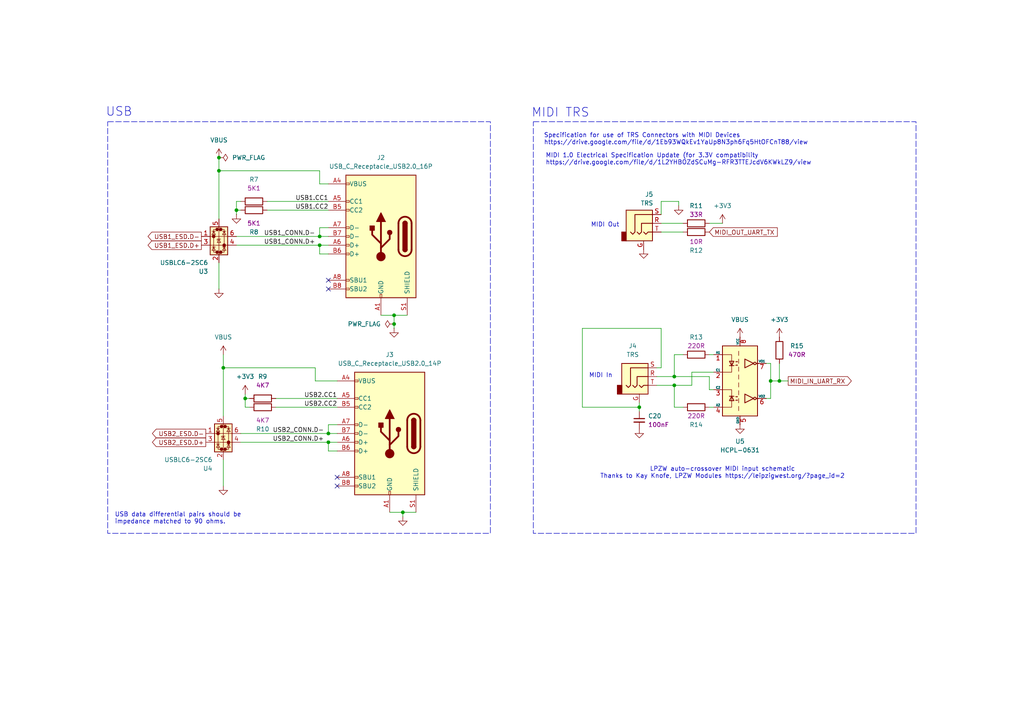
<source format=kicad_sch>
(kicad_sch (version 20250114) (generator "eeschema") (generator_version "9.0")
  (paper "A4")
  (lib_symbols
    (symbol "Audio_Jack_TRS_PJ320D_1"
      (property "Reference" "J5" (at -1.905 8.89 0))
      (property "Value" "TRS" (at -1.905 6.35 0))
      (symbol "Audio_Jack_TRS_PJ320D_1_0_1"
        (rectangle (start -5.08 -2.54) (end -6.35 -5.08) (stroke (width 0.254)) (fill (type outline)))
        (polyline (pts (xy -1.905 -2.54) (xy -1.27 -3.175) (xy -0.635 -2.54) (xy -0.635 0) (xy 2.54 0)) (stroke (width 0.254)))
        (polyline (pts (xy 0 -2.54) (xy 0.635 -3.175) (xy 1.27 -2.54) (xy 2.54 -2.54)) (stroke (width 0.254)))
        (rectangle (start 2.54 3.81) (end -5.08 -5.08) (stroke (width 0.254)) (fill (type background)))
        (polyline (pts (xy 2.54 2.54) (xy -2.54 2.54) (xy -2.54 -2.54) (xy -3.175 -3.175) (xy -3.81 -2.54)) (stroke (width 0.254)))
      )
      (symbol "Audio_Jack_TRS_PJ320D_1_1_1"
        (pin passive line (at 0 -7.62 90) (length 2.54) (name "~") (number "G"))
        (pin passive line (at 5.08 2.54 180) (length 2.54) (name "~") (number "S"))
        (pin passive line (at 5.08 0 180) (length 2.54) (name "~") (number "R"))
        (pin passive line (at 5.08 -2.54 180) (length 2.54) (name "~") (number "T"))
      )
    )
    (symbol "Lichen:100nF_0402_50V" (pin_numbers (hide yes)) (pin_names (offset 0.254) (hide yes))
      (property "Reference" "C12" (at 2.54 1.2638 0))
      (property "Display" "100nF" (at 2.54 -1.2762 0))
      (symbol "100nF_0402_50V_0_1"
        (polyline (pts (xy -1.524 0.508) (xy 1.524 0.508)) (stroke (width 0.3048)))
        (polyline (pts (xy -1.524 -0.508) (xy 1.524 -0.508)) (stroke (width 0.3302)))
      )
      (symbol "100nF_0402_50V_1_1"
        (pin passive line (at 0 2.54 270) (length 2.032) (name "~") (number "1"))
        (pin passive line (at 0 -2.54 90) (length 2.032) (name "~") (number "2"))
      )
    )
    (symbol "Lichen:10R_0402" (pin_numbers (hide yes)) (pin_names (offset 0))
      (property "Reference" "R12" (at 5.334 0 90))
      (property "Display" "10R" (at 2.794 0 90))
      (symbol "10R_0402_0_1"
        (rectangle (start -1.016 -2.54) (end 1.016 2.54) (stroke (width 0.254)))
      )
      (symbol "10R_0402_1_1"
        (pin passive line (at 0 3.81 270) (length 1.27) (name "~") (number "1"))
        (pin passive line (at 0 -3.81 90) (length 1.27) (name "~") (number "2"))
      )
    )
    (symbol "Lichen:220R_0402" (pin_numbers (hide yes)) (pin_names (offset 0))
      (property "Reference" "R11" (at 5.08 0 90))
      (property "Display" "220R" (at 2.54 0 90))
      (symbol "220R_0402_0_1"
        (rectangle (start -1.016 -2.54) (end 1.016 2.54) (stroke (width 0.254)))
      )
      (symbol "220R_0402_1_1"
        (pin passive line (at 0 3.81 270) (length 1.27) (name "~") (number "1"))
        (pin passive line (at 0 -3.81 90) (length 1.27) (name "~") (number "2"))
      )
    )
    (symbol "Lichen:33R_0402" (pin_numbers (hide yes)) (pin_names (offset 0))
      (property "Reference" "R1" (at 6.35 0 90))
      (property "Display" "33R" (at 3.81 0 90))
      (symbol "33R_0402_0_1"
        (rectangle (start -1.016 -2.54) (end 1.016 2.54) (stroke (width 0.254)))
      )
      (symbol "33R_0402_1_1"
        (pin passive line (at 0 3.81 270) (length 1.27) (name "~") (number "1"))
        (pin passive line (at 0 -3.81 90) (length 1.27) (name "~") (number "2"))
      )
    )
    (symbol "Lichen:4.7k_0603" (pin_numbers (hide yes)) (pin_names (offset 0))
      (property "Reference" "R2" (at 6.35 0 90))
      (property "Display" "4.7k" (at 3.81 0 90))
      (symbol "4.7k_0603_0_1"
        (rectangle (start -1.016 -2.54) (end 1.016 2.54) (stroke (width 0.254)))
      )
      (symbol "4.7k_0603_1_1"
        (pin passive line (at 0 3.81 270) (length 1.27) (name "~") (number "1"))
        (pin passive line (at 0 -3.81 90) (length 1.27) (name "~") (number "2"))
      )
    )
    (symbol "Lichen:470R_0402" (pin_numbers (hide yes)) (pin_names (offset 0))
      (property "Reference" "R15" (at 5.08 -1.27 0))
      (property "Display" "470R" (at 5.08 1.27 0))
      (symbol "470R_0402_0_1"
        (rectangle (start -1.016 -2.54) (end 1.016 2.54) (stroke (width 0.254)))
      )
      (symbol "470R_0402_1_1"
        (pin passive line (at 0 3.81 270) (length 1.27) (name "~") (number "1"))
        (pin passive line (at 0 -3.81 90) (length 1.27) (name "~") (number "2"))
      )
    )
    (symbol "Lichen:5k1_0603" (pin_numbers (hide yes)) (pin_names (offset 0))
      (property "Reference" "R3" (at 3.81 -1.016 0))
      (property "Display" "5K1" (at 3.81 1.016 0))
      (symbol "5k1_0603_0_1"
        (rectangle (start -1.016 -2.54) (end 1.016 2.54) (stroke (width 0.254)))
      )
      (symbol "5k1_0603_1_1"
        (pin passive line (at 0 3.81 270) (length 1.27) (name "~") (number "1"))
        (pin passive line (at 0 -3.81 90) (length 1.27) (name "~") (number "2"))
      )
    )
    (symbol "Lichen:Audio_Jack_TRS_PJ320D"
      (property "Reference" "J5" (at -1.905 8.89 0))
      (property "Value" "TRS" (at -1.905 6.35 0))
      (symbol "Audio_Jack_TRS_PJ320D_0_1"
        (rectangle (start -5.08 -2.54) (end -6.35 -5.08) (stroke (width 0.254)) (fill (type outline)))
        (polyline (pts (xy -1.905 -2.54) (xy -1.27 -3.175) (xy -0.635 -2.54) (xy -0.635 0) (xy 2.54 0)) (stroke (width 0.254)))
        (polyline (pts (xy 0 -2.54) (xy 0.635 -3.175) (xy 1.27 -2.54) (xy 2.54 -2.54)) (stroke (width 0.254)))
        (rectangle (start 2.54 3.81) (end -5.08 -5.08) (stroke (width 0.254)) (fill (type background)))
        (polyline (pts (xy 2.54 2.54) (xy -2.54 2.54) (xy -2.54 -2.54) (xy -3.175 -3.175) (xy -3.81 -2.54)) (stroke (width 0.254)))
      )
      (symbol "Audio_Jack_TRS_PJ320D_1_1"
        (pin passive line (at 0 -7.62 90) (length 2.54) (name "~") (number "G"))
        (pin passive line (at 5.08 2.54 180) (length 2.54) (name "~") (number "S"))
        (pin passive line (at 5.08 0 180) (length 2.54) (name "~") (number "R"))
        (pin passive line (at 5.08 -2.54 180) (length 2.54) (name "~") (number "T"))
      )
    )
    (symbol "Lichen:MIDI_Optocoupler_Dual_HCPL-0631" (pin_names (offset 0))
      (property "Reference" "U5" (at 3.1181 15.24 0))
      (property "Value" "MIDI_Optocoupler_Dual_HCPL-0631" (at 3.1181 12.7 0))
      (symbol "MIDI_Optocoupler_Dual_HCPL-0631_0_1"
        (rectangle (start -5.08 10.16) (end 5.08 -10.16) (stroke (width 0.254)) (fill (type background)))
      )
      (symbol "MIDI_Optocoupler_Dual_HCPL-0631_1_1"
        (polyline (pts (xy -4.953 7.62) (xy -2.413 7.62) (xy -2.413 4.318)))
        (polyline (pts (xy -4.953 -7.62) (xy -2.413 -7.62) (xy -2.413 -5.715)))
        (polyline (pts (xy -3.048 4.445) (xy -1.778 4.445)) (stroke (width 0.254)))
        (polyline (pts (xy -3.048 -4.445) (xy -1.778 -4.445)) (stroke (width 0.254)))
        (polyline (pts (xy -2.413 4.445) (xy -2.413 2.54) (xy -4.953 2.54)))
        (polyline (pts (xy -2.413 4.445) (xy -3.048 5.715) (xy -1.778 5.715) (xy -2.413 4.445)) (stroke (width 0.254)))
        (polyline (pts (xy -2.413 -4.445) (xy -3.048 -5.715) (xy -1.778 -5.715) (xy -2.413 -4.445)) (stroke (width 0.254)))
        (polyline (pts (xy -2.413 -5.842) (xy -2.413 -2.54) (xy -4.953 -2.54)))
        (polyline (pts (xy -1.397 5.588) (xy -0.635 5.588) (xy -1.016 5.461) (xy -1.016 5.715) (xy -0.635 5.588)) (stroke (width 0.127)))
        (polyline (pts (xy -1.397 4.572) (xy -0.635 4.572) (xy -1.016 4.445) (xy -1.016 4.699) (xy -0.635 4.572)) (stroke (width 0.127)))
        (polyline (pts (xy -1.397 -4.572) (xy -0.635 -4.572) (xy -1.016 -4.699) (xy -1.016 -4.445) (xy -0.635 -4.572)) (stroke (width 0.127)))
        (polyline (pts (xy -1.397 -5.588) (xy -0.635 -5.588) (xy -1.016 -5.715) (xy -1.016 -5.461) (xy -0.635 -5.588)) (stroke (width 0.127)))
        (polyline (pts (xy -0.381 8.636) (xy -0.381 7.366)))
        (polyline (pts (xy -0.381 6.35) (xy -0.381 5.08)))
        (polyline (pts (xy -0.381 4.064) (xy -0.381 2.794)))
        (polyline (pts (xy -0.381 1.778) (xy -0.381 0.508)))
        (polyline (pts (xy -0.381 -0.508) (xy -0.381 -1.778)))
        (polyline (pts (xy -0.381 -2.794) (xy -0.381 -4.064)))
        (polyline (pts (xy -0.381 -5.08) (xy -0.381 -6.35)))
        (polyline (pts (xy -0.381 -7.366) (xy -0.381 -8.636)))
        (polyline (pts (xy 3.937 5.08) (xy 1.397 6.35) (xy 1.397 3.81) (xy 3.937 5.08)) (stroke (width 0.254)))
        (polyline (pts (xy 3.937 -5.08) (xy 1.397 -3.81) (xy 1.397 -6.35) (xy 3.937 -5.08)) (stroke (width 0.254)))
        (circle (center 4.318 5.08) (radius 0.3556) (stroke (width 0.254)))
        (circle (center 4.318 -5.08) (radius 0.3556) (stroke (width 0.254)))
        (polyline (pts (xy 4.699 5.08) (xy 5.334 5.08)) (stroke (width 0.254)))
        (polyline (pts (xy 4.699 -5.08) (xy 5.207 -5.08)) (stroke (width 0.254)))
        (pin passive line (at -7.62 7.62 0) (length 2.54) (name "A1") (number "1"))
        (pin passive line (at -7.62 2.54 0) (length 2.54) (name "C1") (number "2"))
        (pin passive line (at -7.62 -2.54 0) (length 2.54) (name "C2") (number "3"))
        (pin passive line (at -7.62 -7.62 0) (length 2.54) (name "A2") (number "4"))
        (pin power_in line (at 0 12.7 270) (length 2.54) (name "VCC") (number "8"))
        (pin power_in line (at 0 -12.7 90) (length 2.54) (name "GND") (number "5"))
        (pin open_collector line (at 7.62 5.08 180) (length 2.54) (name "VO1") (number "7"))
        (pin open_collector line (at 7.62 -5.08 180) (length 2.54) (name "VO2") (number "6"))
      )
    )
    (symbol "Lichen:USB_C_Receptacle_USB2.0_16P_HRO_TYPE-C-31-M-12" (pin_names (offset 1.016))
      (property "Reference" "J2" (at 0 22.86 0))
      (property "Value" "USB_C_Receptacle_USB2.0_16P_HRO_TYPE-C-31-M-12" (at 0 20.32 0))
      (symbol "USB_C_Receptacle_USB2.0_16P_HRO_TYPE-C-31-M-12_0_0"
        (rectangle (start -0.254 -17.78) (end 0.254 -16.764))
        (rectangle (start 10.16 15.494) (end 9.144 14.986))
        (rectangle (start 10.16 10.414) (end 9.144 9.906))
        (rectangle (start 10.16 7.874) (end 9.144 7.366))
        (rectangle (start 10.16 2.794) (end 9.144 2.286))
        (rectangle (start 10.16 0.254) (end 9.144 -0.254))
        (rectangle (start 10.16 -2.286) (end 9.144 -2.794))
        (rectangle (start 10.16 -4.826) (end 9.144 -5.334))
        (rectangle (start 10.16 -12.446) (end 9.144 -12.954))
        (rectangle (start 10.16 -14.986) (end 9.144 -15.494))
      )
      (symbol "USB_C_Receptacle_USB2.0_16P_HRO_TYPE-C-31-M-12_0_1"
        (rectangle (start -10.16 17.78) (end 10.16 -17.78) (stroke (width 0.254)) (fill (type background)))
        (polyline (pts (xy -8.89 -3.81) (xy -8.89 3.81)) (stroke (width 0.508)))
        (rectangle (start -7.62 -3.81) (end -6.35 3.81) (stroke (width 0.254)) (fill (type outline)))
        (arc (start -7.62 3.81) (mid -6.985 4.4423) (end -6.35 3.81) (stroke (width 0.254)))
        (arc (start -7.62 3.81) (mid -6.985 4.4423) (end -6.35 3.81) (stroke (width 0.254)) (fill (type outline)))
        (arc (start -8.89 3.81) (mid -6.985 5.7067) (end -5.08 3.81) (stroke (width 0.508)))
        (arc (start -5.08 -3.81) (mid -6.985 -5.7067) (end -8.89 -3.81) (stroke (width 0.508)))
        (arc (start -6.35 -3.81) (mid -6.985 -4.4423) (end -7.62 -3.81) (stroke (width 0.254)))
        (arc (start -6.35 -3.81) (mid -6.985 -4.4423) (end -7.62 -3.81) (stroke (width 0.254)) (fill (type outline)))
        (polyline (pts (xy -5.08 3.81) (xy -5.08 -3.81)) (stroke (width 0.508)))
        (circle (center -2.54 1.143) (radius 0.635) (stroke (width 0.254)) (fill (type outline)))
        (polyline (pts (xy -1.27 4.318) (xy 0 6.858) (xy 1.27 4.318) (xy -1.27 4.318)) (stroke (width 0.254)) (fill (type outline)))
        (polyline (pts (xy 0 -2.032) (xy 2.54 0.508) (xy 2.54 1.778)) (stroke (width 0.508)))
        (polyline (pts (xy 0 -3.302) (xy -2.54 -0.762) (xy -2.54 0.508)) (stroke (width 0.508)))
        (polyline (pts (xy 0 -5.842) (xy 0 4.318)) (stroke (width 0.508)))
        (circle (center 0 -5.842) (radius 1.27) (fill (type outline)))
        (rectangle (start 1.905 1.778) (end 3.175 3.048) (stroke (width 0.254)) (fill (type outline)))
      )
      (symbol "USB_C_Receptacle_USB2.0_16P_HRO_TYPE-C-31-M-12_1_1"
        (pin passive line (at -7.62 -22.86 90) (length 5.08) (name "SHIELD") (number "S1"))
        (pin passive line (at 0 -22.86 90) (length 5.08) (name "GND") (number "A1"))
        (pin passive line (at 0 -22.86 90) (length 5.08) (hide yes) (name "GND") (number "A12"))
        (pin passive line (at 0 -22.86 90) (length 5.08) (hide yes) (name "GND") (number "B1"))
        (pin passive line (at 0 -22.86 90) (length 5.08) (hide yes) (name "GND") (number "B12"))
        (pin passive line (at 15.24 15.24 180) (length 5.08) (name "VBUS") (number "A4"))
        (pin passive line (at 15.24 15.24 180) (length 5.08) (hide yes) (name "VBUS") (number "A9"))
        (pin passive line (at 15.24 15.24 180) (length 5.08) (hide yes) (name "VBUS") (number "B4"))
        (pin passive line (at 15.24 15.24 180) (length 5.08) (hide yes) (name "VBUS") (number "B9"))
        (pin bidirectional line (at 15.24 10.16 180) (length 5.08) (name "CC1") (number "A5"))
        (pin bidirectional line (at 15.24 7.62 180) (length 5.08) (name "CC2") (number "B5"))
        (pin bidirectional line (at 15.24 2.54 180) (length 5.08) (name "D-") (number "A7"))
        (pin bidirectional line (at 15.24 0 180) (length 5.08) (name "D-") (number "B7"))
        (pin bidirectional line (at 15.24 -2.54 180) (length 5.08) (name "D+") (number "A6"))
        (pin bidirectional line (at 15.24 -5.08 180) (length 5.08) (name "D+") (number "B6"))
        (pin bidirectional line (at 15.24 -12.7 180) (length 5.08) (name "SBU1") (number "A8"))
        (pin bidirectional line (at 15.24 -15.24 180) (length 5.08) (name "SBU2") (number "B8"))
      )
    )
    (symbol "Lichen:USB_ESD_Protection_USBLC6-2SC6" (pin_names (hide yes))
      (property "Reference" "U2" (at 1.6511 7.62 0))
      (property "Value" "USB_ESD_Protection_USBLC6-2SC6" (at 1.6511 5.08 0))
      (symbol "USB_ESD_Protection_USBLC6-2SC6_0_0"
        (circle (center -1.524 0) (radius 0.0001) (stroke (width 0.508)))
        (circle (center -0.508 2.032) (radius 0.0001) (stroke (width 0.508)))
        (circle (center -0.508 -4.572) (radius 0.0001) (stroke (width 0.508)))
        (circle (center 0.508 2.032) (radius 0.0001) (stroke (width 0.508)))
        (circle (center 0.508 -4.572) (radius 0.0001) (stroke (width 0.508)))
        (circle (center 1.524 -2.54) (radius 0.0001) (stroke (width 0.508)))
      )
      (symbol "USB_ESD_Protection_USBLC6-2SC6_0_1"
        (polyline (pts (xy -2.54 0) (xy 2.54 0)))
        (polyline (pts (xy -2.54 -2.54) (xy 2.54 -2.54)))
        (polyline (pts (xy -2.032 0.508) (xy -1.016 0.508) (xy -1.524 1.524) (xy -2.032 0.508)))
        (polyline (pts (xy -2.032 -3.048) (xy -1.016 -3.048)))
        (polyline (pts (xy -1.016 1.524) (xy -2.032 1.524)))
        (polyline (pts (xy -1.016 -4.064) (xy -2.032 -4.064) (xy -1.524 -3.048) (xy -1.016 -4.064)))
        (polyline (pts (xy -0.508 -1.143) (xy -0.508 -0.762) (xy 0.508 -0.762)))
        (polyline (pts (xy 0 2.54) (xy -0.508 2.032) (xy 0.508 2.032) (xy 0 1.524) (xy 0 -4.064) (xy -0.508 -4.572) (xy 0.508 -4.572) (xy 0 -5.08)))
        (polyline (pts (xy 0.508 -1.778) (xy -0.508 -1.778) (xy 0 -0.762) (xy 0.508 -1.778)))
        (polyline (pts (xy 1.016 1.524) (xy 2.032 1.524)))
        (polyline (pts (xy 1.016 -3.048) (xy 2.032 -3.048)))
        (polyline (pts (xy 2.032 0.508) (xy 1.016 0.508) (xy 1.524 1.524) (xy 2.032 0.508)))
        (polyline (pts (xy 2.032 -4.064) (xy 1.016 -4.064) (xy 1.524 -3.048) (xy 2.032 -4.064)))
      )
      (symbol "USB_ESD_Protection_USBLC6-2SC6_1_1"
        (rectangle (start -2.54 2.794) (end 2.54 -5.334) (stroke (width 0.254)) (fill (type background)))
        (polyline (pts (xy -0.508 2.032) (xy -1.524 2.032) (xy -1.524 -4.572) (xy -0.508 -4.572)))
        (polyline (pts (xy 0.508 -4.572) (xy 1.524 -4.572) (xy 1.524 2.032) (xy 0.508 2.032)))
        (pin passive line (at -5.08 0 0) (length 2.54) (name "I/O1") (number "1"))
        (pin passive line (at -5.08 -2.54 0) (length 2.54) (name "I/O2") (number "3"))
        (pin passive line (at 0 5.08 270) (length 2.54) (name "VBUS") (number "5"))
        (pin passive line (at 0 -7.62 90) (length 2.54) (name "GND") (number "2"))
        (pin passive line (at 5.08 0 180) (length 2.54) (name "I/O1") (number "6"))
        (pin passive line (at 5.08 -2.54 180) (length 2.54) (name "I/O2") (number "4"))
      )
    )
    (symbol "power:+3V3" (power) (pin_numbers (hide yes)) (pin_names (offset 0) (hide yes))
      (property "Value" "+3V3" (at 0 3.556 0))
      (symbol "+3V3_0_1"
        (polyline (pts (xy -0.762 1.27) (xy 0 2.54)))
        (polyline (pts (xy 0 2.54) (xy 0.762 1.27)))
        (polyline (pts (xy 0 0) (xy 0 2.54)))
      )
      (symbol "+3V3_1_1"
        (pin power_in line (at 0 0 90) (length 0) (name "~") (number "1"))
      )
    )
    (symbol "power:GND" (power) (pin_numbers (hide yes)) (pin_names (offset 0) (hide yes))
      (property "Value" "GND" (at 0 -3.81 0))
      (symbol "GND_0_1"
        (polyline (pts (xy 0 0) (xy 0 -1.27) (xy 1.27 -1.27) (xy 0 -2.54) (xy -1.27 -1.27) (xy 0 -1.27)))
      )
      (symbol "GND_1_1"
        (pin power_in line (at 0 0 270) (length 0) (name "~") (number "1"))
      )
    )
    (symbol "power:PWR_FLAG" (power) (pin_numbers (hide yes)) (pin_names (offset 0) (hide yes))
      (property "Value" "PWR_FLAG" (at 0 3.81 0))
      (symbol "PWR_FLAG_0_0"
        (pin power_out line (at 0 0 90) (length 0) (name "~") (number "1"))
      )
      (symbol "PWR_FLAG_0_1"
        (polyline (pts (xy 0 0) (xy 0 1.27) (xy -1.016 1.905) (xy 0 2.54) (xy 1.016 1.905) (xy 0 1.27)))
      )
    )
    (symbol "power:VBUS" (power) (pin_numbers (hide yes)) (pin_names (offset 0) (hide yes))
      (property "Value" "VBUS" (at 0 3.556 0))
      (symbol "VBUS_0_1"
        (polyline (pts (xy -0.762 1.27) (xy 0 2.54)))
        (polyline (pts (xy 0 2.54) (xy 0.762 1.27)))
        (polyline (pts (xy 0 0) (xy 0 2.54)))
      )
      (symbol "VBUS_1_1"
        (pin power_in line (at 0 0 90) (length 0) (name "~") (number "1"))
      )
    )
  )
  (rectangle (start 31.242 35.306) (end 142.24 154.686) (stroke (width 0) (type dash)))
  (rectangle (start 154.686 35.306) (end 265.684 154.686) (stroke (width 0) (type dash)))
  (text "MIDI Out" (at 175.514 65.278 0) (effects (font (size 1.27 1.27))))
  (text "MIDI In" (at 174.244 108.966 0) (effects (font (size 1.27 1.27))))
  (text "USB data differential pairs should be\nimpedance matched to 90 ohms." (at 33.274 150.368 0) (effects (font (size 1.27 1.27)) (justify left)))
  (text "MIDI 1.0 Electrical Specification Update (for 3.3V compatibility\nhttps://drive.google.com/file/d/1L2YHBOZdSCuMg-RFR3TTEJcdV6KWkLZ9/view" (at 158.242 46.228 0) (effects (font (size 1.27 1.27)) (justify left)))
  (text "MIDI TRS" (at 162.56 32.766 0) (effects (font (size 2.54 2.54))))
  (text "Specification for use of TRS Connectors with MIDI Devices\nhttps://drive.google.com/file/d/1Eb93WQkEv1YaUp8N3ph6Fq5HtOFCnT88/view" (at 157.734 40.386 0) (effects (font (size 1.27 1.27)) (justify left)))
  (text "LPZW auto-crossover MIDI input schematic\nThanks to Kay Knofe, LPZW Modules https://leipzigwest.org/?page_id=2" (at 209.55 137.16 0) (effects (font (size 1.27 1.27))))
  (text "USB" (at 34.544 32.512 0) (effects (font (size 2.54 2.54))))
  (junction (at 71.12 115.57))
  (junction (at 116.84 148.59))
  (junction (at 92.71 68.58))
  (junction (at 195.58 111.76))
  (junction (at 92.71 71.12))
  (junction (at 195.58 109.22))
  (junction (at 114.3 91.44))
  (junction (at 114.3 93.98))
  (junction (at 64.77 106.68))
  (junction (at 223.52 110.49))
  (junction (at 63.5 45.72))
  (junction (at 185.42 118.11))
  (junction (at 226.06 110.49))
  (junction (at 95.25 125.73))
  (junction (at 68.58 60.96))
  (junction (at 63.5 49.53))
  (junction (at 95.25 128.27))
  (no_connect (at 97.79 140.97))
  (no_connect (at 95.25 81.28))
  (no_connect (at 97.79 138.43))
  (no_connect (at 95.25 83.82))
  (wire (pts (xy 68.58 58.42) (xy 68.58 60.96)))
  (wire (pts (xy 95.25 66.04) (xy 92.71 66.04)))
  (wire (pts (xy 71.12 115.57) (xy 71.12 118.11)))
  (wire (pts (xy 223.52 115.57) (xy 222.25 115.57)))
  (wire (pts (xy 200.66 107.95) (xy 200.66 111.76)))
  (wire (pts (xy 68.58 60.96) (xy 68.58 62.23)))
  (wire (pts (xy 191.77 67.31) (xy 198.12 67.31)))
  (wire (pts (xy 205.74 102.87) (xy 207.01 102.87)))
  (wire (pts (xy 200.66 111.76) (xy 195.58 111.76)))
  (wire (pts (xy 223.52 105.41) (xy 223.52 110.49)))
  (wire (pts (xy 91.44 110.49) (xy 97.79 110.49)))
  (wire (pts (xy 110.49 91.44) (xy 114.3 91.44)))
  (wire (pts (xy 116.84 149.86) (xy 116.84 148.59)))
  (wire (pts (xy 64.77 106.68) (xy 64.77 102.87)))
  (wire (pts (xy 168.91 95.25) (xy 168.91 118.11)))
  (wire (pts (xy 91.44 106.68) (xy 64.77 106.68)))
  (wire (pts (xy 92.71 71.12) (xy 68.58 71.12)))
  (wire (pts (xy 68.58 58.42) (xy 69.85 58.42)))
  (wire (pts (xy 191.77 95.25) (xy 168.91 95.25)))
  (wire (pts (xy 95.25 58.42) (xy 77.47 58.42)))
  (wire (pts (xy 92.71 53.34) (xy 95.25 53.34)))
  (wire (pts (xy 191.77 106.68) (xy 191.77 95.25)))
  (wire (pts (xy 196.85 58.42) (xy 196.85 59.69)))
  (wire (pts (xy 205.74 118.11) (xy 207.01 118.11)))
  (wire (pts (xy 69.85 128.27) (xy 95.25 128.27)))
  (wire (pts (xy 95.25 123.19) (xy 95.25 125.73)))
  (wire (pts (xy 95.25 68.58) (xy 92.71 68.58)))
  (wire (pts (xy 223.52 110.49) (xy 226.06 110.49)))
  (wire (pts (xy 198.12 64.77) (xy 191.77 64.77)))
  (wire (pts (xy 95.25 71.12) (xy 92.71 71.12)))
  (wire (pts (xy 92.71 49.53) (xy 63.5 49.53)))
  (wire (pts (xy 195.58 118.11) (xy 195.58 111.76)))
  (wire (pts (xy 95.25 128.27) (xy 95.25 130.81)))
  (wire (pts (xy 95.25 130.81) (xy 97.79 130.81)))
  (wire (pts (xy 97.79 125.73) (xy 95.25 125.73)))
  (wire (pts (xy 196.85 58.42) (xy 191.77 58.42)))
  (wire (pts (xy 97.79 115.57) (xy 80.01 115.57)))
  (wire (pts (xy 71.12 115.57) (xy 72.39 115.57)))
  (wire (pts (xy 63.5 83.82) (xy 63.5 76.2)))
  (wire (pts (xy 64.77 140.97) (xy 64.77 133.35)))
  (wire (pts (xy 190.5 109.22) (xy 195.58 109.22)))
  (wire (pts (xy 95.25 60.96) (xy 77.47 60.96)))
  (wire (pts (xy 190.5 111.76) (xy 195.58 111.76)))
  (wire (pts (xy 207.01 107.95) (xy 200.66 107.95)))
  (wire (pts (xy 191.77 58.42) (xy 191.77 62.23)))
  (wire (pts (xy 92.71 68.58) (xy 68.58 68.58)))
  (wire (pts (xy 63.5 49.53) (xy 63.5 63.5)))
  (wire (pts (xy 71.12 114.3) (xy 71.12 115.57)))
  (wire (pts (xy 226.06 105.41) (xy 226.06 110.49)))
  (wire (pts (xy 97.79 118.11) (xy 80.01 118.11)))
  (wire (pts (xy 113.03 148.59) (xy 116.84 148.59)))
  (wire (pts (xy 223.52 105.41) (xy 222.25 105.41)))
  (wire (pts (xy 195.58 109.22) (xy 205.74 109.22)))
  (wire (pts (xy 185.42 118.11) (xy 185.42 116.84)))
  (wire (pts (xy 191.77 106.68) (xy 190.5 106.68)))
  (wire (pts (xy 223.52 110.49) (xy 223.52 115.57)))
  (wire (pts (xy 92.71 73.66) (xy 95.25 73.66)))
  (wire (pts (xy 198.12 118.11) (xy 195.58 118.11)))
  (wire (pts (xy 226.06 110.49) (xy 228.6 110.49)))
  (wire (pts (xy 195.58 109.22) (xy 195.58 102.87)))
  (wire (pts (xy 114.3 93.98) (xy 114.3 95.25)))
  (wire (pts (xy 92.71 66.04) (xy 92.71 68.58)))
  (wire (pts (xy 205.74 113.03) (xy 205.74 109.22)))
  (wire (pts (xy 168.91 118.11) (xy 185.42 118.11)))
  (wire (pts (xy 205.74 113.03) (xy 207.01 113.03)))
  (wire (pts (xy 97.79 123.19) (xy 95.25 123.19)))
  (wire (pts (xy 92.71 49.53) (xy 92.71 53.34)))
  (wire (pts (xy 64.77 120.65) (xy 64.77 106.68)))
  (wire (pts (xy 114.3 91.44) (xy 114.3 93.98)))
  (wire (pts (xy 97.79 128.27) (xy 95.25 128.27)))
  (wire (pts (xy 116.84 148.59) (xy 120.65 148.59)))
  (wire (pts (xy 71.12 118.11) (xy 72.39 118.11)))
  (wire (pts (xy 209.55 64.77) (xy 205.74 64.77)))
  (wire (pts (xy 91.44 106.68) (xy 91.44 110.49)))
  (wire (pts (xy 92.71 71.12) (xy 92.71 73.66)))
  (wire (pts (xy 185.42 119.38) (xy 185.42 118.11)))
  (wire (pts (xy 68.58 60.96) (xy 69.85 60.96)))
  (wire (pts (xy 195.58 102.87) (xy 198.12 102.87)))
  (wire (pts (xy 114.3 91.44) (xy 118.11 91.44)))
  (wire (pts (xy 95.25 125.73) (xy 69.85 125.73)))
  (wire (pts (xy 63.5 45.72) (xy 63.5 49.53)))
  (label "USB2_CONN.D-" (at 93.98 125.73 180))
  (label "USB1.CC1" (at 95.25 58.42 180))
  (label "USB1_CONN.D-" (at 91.44 68.58 180))
  (label "USB2_CONN.D+" (at 93.98 128.27 180))
  (label "USB1_CONN.D+" (at 91.44 71.12 180))
  (label "USB2.CC2" (at 97.79 118.11 180))
  (label "USB2.CC1" (at 97.79 115.57 180))
  (label "USB1.CC2" (at 95.25 60.96 180))
  (global_label "USB1_ESD.D+" (shape output) (at 58.42 71.12 180) (property "Intersheetrefs" "${INTERSHEET_REFS}" (effects (hide yes))))
  (global_label "USB2_ESD.D-" (shape output) (at 59.69 125.73 180) (property "Intersheetrefs" "${INTERSHEET_REFS}" (effects (hide yes))))
  (global_label "USB1_ESD.D-" (shape output) (at 58.42 68.58 180) (property "Intersheetrefs" "${INTERSHEET_REFS}" (effects (hide yes))))
  (global_label "MIDI_IN_UART_RX" (shape output) (at 228.6 110.49 0) (property "Intersheetrefs" "${INTERSHEET_REFS}" (effects (hide yes))))
  (global_label "MIDI_OUT_UART_TX" (shape input) (at 205.74 67.31 0) (property "Intersheetrefs" "${INTERSHEET_REFS}" (effects (hide yes))))
  (global_label "USB2_ESD.D+" (shape output) (at 59.69 128.27 180) (property "Intersheetrefs" "${INTERSHEET_REFS}" (effects (hide yes))))
  (symbol (lib_id "power:PWR_FLAG") (at 114.3 93.98 90) (unit 1)
    (property "Reference" "#FLG03" (effects (hide yes)))
    (property "Value" "PWR_FLAG" (at 110.49 93.9799 90) (effects (justify left)))
    (property "Description" "Special symbol for telling ERC where power comes from" (effects (hide yes)))
  )
  (symbol (lib_id "power:+3V3") (at 209.55 64.77 0) (unit 1)
    (property "Reference" "#PWR030" (effects (hide yes)))
    (property "Value" "+3V3" (at 209.55 59.69 0))
    (property "Description" "Power symbol creates a global label with name \"+3V3\"" (effects (hide yes)))
  )
  (symbol (lib_id "Lichen:470R_0402") (at 226.06 101.6 0) (mirror x) (unit 1)
    (property "Reference" "R15" (at 231.14 100.33 0))
    (property "Value" "470R" (effects (hide yes)))
    (property "Footprint" "Lichen:R_0402_1005Metric" (effects (hide yes)))
    (property "Datasheet" "https://jlcpcb.com/api/file/downloadByFileSystemAccessId/8579705994546499584" (effects (hide yes)))
    (property "Description" "470Ω 50V 62.5mW ±1% 0402" (effects (hide yes)))
    (property "Manufacturer" "UNI-ROYAL(Uniroyal Elec)" (effects (hide yes)))
    (property "Part Number" "0402WGF4700TCE" (effects (hide yes)))
    (property "Display" "470R" (at 231.14 102.87 0))
    (property "LCSC" "C25117" (effects (hide yes)))
  )
  (symbol (lib_id "Lichen:220R_0402") (at 201.93 102.87 90) (unit 1)
    (property "Reference" "R13" (at 201.93 97.79 90))
    (property "Value" "220R" (effects (hide yes)))
    (property "Footprint" "Lichen:R_0402_1005Metric" (effects (hide yes)))
    (property "Datasheet" "https://jlcpcb.com/api/file/downloadByFileSystemAccessId/8579705994546499584" (effects (hide yes)))
    (property "Description" "220Ω 50V 62.5mW ±1% 0402" (effects (hide yes)))
    (property "Manufacturer" "UNI-ROYAL(Uniroyal Elec)" (effects (hide yes)))
    (property "Part Number" "0402WGF2200TCE" (effects (hide yes)))
    (property "Display" "220R" (at 201.93 100.33 90))
    (property "LCSC" "C25091" (effects (hide yes)))
  )
  (symbol (lib_id "Lichen:5k1_0603") (at 73.66 58.42 270) (mirror x) (unit 1)
    (property "Reference" "R7" (at 73.66 52.07 90))
    (property "Value" "5.1K" (effects (hide yes)))
    (property "Footprint" "Lichen:R_0603" (effects (hide yes)))
    (property "Datasheet" "https://www.lcsc.com/datasheet/C23186.pdf" (effects (hide yes)))
    (property "Description" "5.1K, 1%, 1/10W, 0603" (effects (hide yes)))
    (property "Manufacturer" "UNI-ROYAL" (effects (hide yes)))
    (property "Part Number" "0603WAF5101T5E" (effects (hide yes)))
    (property "Display" "5K1" (at 73.66 54.61 90))
    (property "LCSC" "C23186" (effects (hide yes)))
  )
  (symbol (lib_name "Audio_Jack_TRS_PJ320D_1") (lib_id "Lichen:Audio_Jack_TRS_PJ320D") (at 186.69 64.77 0) (unit 1)
    (property "Reference" "J5" (at 189.484 56.388 0) (effects (justify right)))
    (property "Value" "TRS" (at 189.484 58.928 0) (effects (justify right)))
    (property "Footprint" "Lichen:Jack_3.5mm_KoreanHropartsElec_PJ-320D-4A_Horizontal_Overhanging" (effects (hide yes)))
    (property "Datasheet" "https://jlcpcb.com/api/file/downloadByFileSystemAccessId/8588894176348291072" (effects (hide yes)))
    (property "Description" "Audio Jack, 3 Poles (Stereo / TRS), Grounded Sleeve" (effects (hide yes)))
    (property "Manufacturer" "Korean Hroparts Elec" (effects (hide yes)))
    (property "Part Number" "PJ-320D-4A" (effects (hide yes)))
    (property "LCSC" "C95562" (effects (hide yes)))
  )
  (symbol (lib_id "Lichen:4.7k_0603") (at 76.2 118.11 270) (unit 1)
    (property "Reference" "R10" (at 76.2 124.46 90))
    (property "Value" "4.7K" (effects (hide yes)))
    (property "Footprint" "Lichen:R_0603" (effects (hide yes)))
    (property "Datasheet" "https://jlcpcb.com/api/file/downloadByFileSystemAccessId/8579706251506339840" (effects (hide yes)))
    (property "Description" "4k7, 1%, 1/10W, 0603" (effects (hide yes)))
    (property "Manufacturer" "UNI-ROYAL(Uniroyal Elec)" (effects (hide yes)))
    (property "Part Number" "0603WAF4701T5E" (effects (hide yes)))
    (property "Display" "4K7" (at 76.2 121.92 90))
    (property "JLCPCB ID" "C23162" (effects (hide yes)))
  )
  (symbol (lib_id "Lichen:220R_0402") (at 201.93 118.11 90) (mirror x) (unit 1)
    (property "Reference" "R14" (at 201.93 123.19 90))
    (property "Value" "220R" (effects (hide yes)))
    (property "Footprint" "Lichen:R_0402_1005Metric" (effects (hide yes)))
    (property "Datasheet" "https://jlcpcb.com/api/file/downloadByFileSystemAccessId/8579705994546499584" (effects (hide yes)))
    (property "Description" "220Ω 50V 62.5mW ±1% 0402" (effects (hide yes)))
    (property "Manufacturer" "UNI-ROYAL(Uniroyal Elec)" (effects (hide yes)))
    (property "Part Number" "0402WGF2200TCE" (effects (hide yes)))
    (property "Display" "220R" (at 201.93 120.65 90))
    (property "LCSC" "C25091" (effects (hide yes)))
  )
  (symbol (lib_id "power:GND") (at 196.85 59.69 0) (unit 1)
    (property "Reference" "#PWR029" (effects (hide yes)))
    (property "Value" "GND" (effects (hide yes)))
    (property "Description" "Power symbol creates a global label with name \"GND\" , ground" (effects (hide yes)))
  )
  (symbol (lib_id "power:GND") (at 68.58 62.23 0) (mirror y) (unit 1)
    (property "Reference" "#PWR024" (effects (hide yes)))
    (property "Value" "GND" (effects (hide yes)))
    (property "Description" "Power symbol creates a global label with name \"GND\" , ground" (effects (hide yes)))
  )
  (symbol (lib_id "power:GND") (at 186.69 72.39 0) (unit 1)
    (property "Reference" "#PWR028" (effects (hide yes)))
    (property "Value" "GND" (effects (hide yes)))
    (property "Description" "Power symbol creates a global label with name \"GND\" , ground" (effects (hide yes)))
  )
  (symbol (lib_id "power:GND") (at 114.3 95.25 0) (mirror y) (unit 1)
    (property "Reference" "#PWR026" (effects (hide yes)))
    (property "Value" "GND" (effects (hide yes)))
    (property "Description" "Power symbol creates a global label with name \"GND\" , ground" (effects (hide yes)))
  )
  (symbol (lib_id "Lichen:USB_ESD_Protection_USBLC6-2SC6") (at 63.5 68.58 0) (unit 1)
    (property "Reference" "U3" (at 60.3819 78.74 0) (effects (justify right)))
    (property "Value" "USBLC6-2SC6" (at 60.3819 76.2 0) (effects (justify right)))
    (property "Footprint" "Package_TO_SOT_SMD:SOT-23-6" (effects (hide yes)))
    (property "Datasheet" "https://www.st.com/resource/en/datasheet/usblc6-2.pdf" (effects (hide yes)))
    (property "Description" "Very low capacitance ESD protection diode, 2 data-line, SOT-23-6" (effects (hide yes)))
    (property "Manufacturer" "STMicroelectronics" (effects (hide yes)))
    (property "Part Number" "USBLC6-2SC6" (effects (hide yes)))
    (property "LCSC" "C7519" (effects (hide yes)))
  )
  (symbol (lib_id "Lichen:Audio_Jack_TRS_PJ320D") (at 185.42 109.22 0) (unit 1)
    (property "Reference" "J4" (at 183.515 100.33 0))
    (property "Value" "TRS" (at 183.515 102.87 0))
    (property "Footprint" "Lichen:Jack_3.5mm_KoreanHropartsElec_PJ-320D-4A_Horizontal_Overhanging" (effects (hide yes)))
    (property "Datasheet" "https://jlcpcb.com/api/file/downloadByFileSystemAccessId/8588894176348291072" (effects (hide yes)))
    (property "Description" "Audio Jack, 3 Poles (Stereo / TRS), Grounded Sleeve" (effects (hide yes)))
    (property "Manufacturer" "Korean Hroparts Elec" (effects (hide yes)))
    (property "Part Number" "PJ-320D-4A" (effects (hide yes)))
    (property "LCSC" "C95562" (effects (hide yes)))
  )
  (symbol (lib_id "power:PWR_FLAG") (at 63.5 45.72 270) (unit 1)
    (property "Reference" "#FLG02" (effects (hide yes)))
    (property "Value" "PWR_FLAG" (at 67.31 45.7199 90) (effects (justify left)))
    (property "Description" "Special symbol for telling ERC where power comes from" (effects (hide yes)))
  )
  (symbol (lib_id "Lichen:MIDI_Optocoupler_Dual_HCPL-0631") (at 214.63 110.49 0) (unit 1)
    (property "Reference" "U5" (at 214.63 128.016 0))
    (property "Value" "HCPL-0631" (at 214.63 130.556 0))
    (property "Footprint" "Package_SO:SOIC-8_3.9x4.9mm_P1.27mm" (effects (hide yes)))
    (property "Datasheet" "https://4donline.ihs.com/images/VipMasterIC/IC/AVGO/AVGO-S-A0011434558/AVGO-S-A0011438143-1.pdf?hkey=CECEF36DEECDED6468708AAF2E19C0C6" (effects (hide yes)))
    (property "Description" "Dual High Speed LSTTL/TTL Compatible Optocoupler, dV/dt 10000/us, VCM 1000, max 7V VCC, SOIC-8" (effects (hide yes)))
    (property "Manufacturer" "Broadcom Limited" (effects (hide yes)))
    (property "Part Number" "HCPL-0631-500E" (effects (hide yes)))
    (property "LCSC" "C43949" (effects (hide yes)))
  )
  (symbol (lib_id "power:VBUS") (at 63.5 45.72 0) (mirror y) (unit 1)
    (property "Reference" "#PWR020" (effects (hide yes)))
    (property "Value" "VBUS" (at 63.5 40.64 0))
    (property "Description" "Power symbol creates a global label with name \"VBUS\"" (effects (hide yes)))
  )
  (symbol (lib_id "power:+3V3") (at 226.06 97.79 0) (unit 1)
    (property "Reference" "#PWR033" (effects (hide yes)))
    (property "Value" "+3V3" (at 226.06 92.71 0))
    (property "Description" "Power symbol creates a global label with name \"+3V3\"" (effects (hide yes)))
  )
  (symbol (lib_id "Lichen:USB_ESD_Protection_USBLC6-2SC6") (at 64.77 125.73 0) (unit 1)
    (property "Reference" "U4" (at 61.6519 135.89 0) (effects (justify right)))
    (property "Value" "USBLC6-2SC6" (at 61.6519 133.35 0) (effects (justify right)))
    (property "Footprint" "Package_TO_SOT_SMD:SOT-23-6" (effects (hide yes)))
    (property "Datasheet" "https://www.st.com/resource/en/datasheet/usblc6-2.pdf" (effects (hide yes)))
    (property "Description" "Very low capacitance ESD protection diode, 2 data-line, SOT-23-6" (effects (hide yes)))
    (property "Manufacturer" "STMicroelectronics" (effects (hide yes)))
    (property "Part Number" "USBLC6-2SC6" (effects (hide yes)))
    (property "LCSC" "C7519" (effects (hide yes)))
  )
  (symbol (lib_id "Lichen:5k1_0603") (at 73.66 60.96 270) (unit 1)
    (property "Reference" "R8" (at 73.66 67.31 90))
    (property "Value" "5.1K" (effects (hide yes)))
    (property "Footprint" "Lichen:R_0603" (effects (hide yes)))
    (property "Datasheet" "https://www.lcsc.com/datasheet/C23186.pdf" (effects (hide yes)))
    (property "Description" "5.1K, 1%, 1/10W, 0603" (effects (hide yes)))
    (property "Manufacturer" "UNI-ROYAL" (effects (hide yes)))
    (property "Part Number" "0603WAF5101T5E" (effects (hide yes)))
    (property "Display" "5K1" (at 73.66 64.77 90))
    (property "LCSC" "C23186" (effects (hide yes)))
  )
  (symbol (lib_id "Lichen:4.7k_0603") (at 76.2 115.57 270) (mirror x) (unit 1)
    (property "Reference" "R9" (at 76.2 109.22 90))
    (property "Value" "4.7K" (effects (hide yes)))
    (property "Footprint" "Lichen:R_0603" (effects (hide yes)))
    (property "Datasheet" "https://jlcpcb.com/api/file/downloadByFileSystemAccessId/8579706251506339840" (effects (hide yes)))
    (property "Description" "4k7, 1%, 1/10W, 0603" (effects (hide yes)))
    (property "Manufacturer" "UNI-ROYAL(Uniroyal Elec)" (effects (hide yes)))
    (property "Part Number" "0603WAF4701T5E" (effects (hide yes)))
    (property "Display" "4K7" (at 76.2 111.76 90))
    (property "LCSC" "C23162" (effects (hide yes)))
  )
  (symbol (lib_id "power:GND") (at 214.63 123.19 0) (unit 1)
    (property "Reference" "#PWR032" (effects (hide yes)))
    (property "Value" "GND" (effects (hide yes)))
    (property "Description" "Power symbol creates a global label with name \"GND\" , ground" (effects (hide yes)))
  )
  (symbol (lib_id "power:VBUS") (at 64.77 102.87 0) (mirror y) (unit 1)
    (property "Reference" "#PWR022" (effects (hide yes)))
    (property "Value" "VBUS" (at 64.77 97.79 0))
    (property "Description" "Power symbol creates a global label with name \"VBUS\"" (effects (hide yes)))
  )
  (symbol (lib_id "Lichen:USB_C_Receptacle_USB2.0_16P_HRO_TYPE-C-31-M-12") (at 110.49 68.58 0) (mirror y) (unit 1)
    (property "Reference" "J2" (at 110.49 45.72 0))
    (property "Value" "USB_C_Receptacle_USB2.0_16P" (at 110.49 48.26 0))
    (property "Footprint" "Lichen:USB_C_Receptacle_HRO_TYPE-C-31-M-12_Overhanging" (effects (hide yes)))
    (property "Datasheet" "https://jlcpcb.com/api/file/downloadByFileSystemAccessId/8550723676069908480" (effects (hide yes)))
    (property "Description" "10,000 cycles 16P 20V 5A 7.35mm Female Surface Mount, Right Angle Type-C SMD" (effects (hide yes)))
    (property "Manufacturer" "Korean Hroparts Elec" (effects (hide yes)))
    (property "Part Number" "TYPE-C-31-M-12" (effects (hide yes)))
    (property "LCSC" "C165948" (effects (hide yes)))
  )
  (symbol (lib_id "Lichen:10R_0402") (at 201.93 67.31 270) (unit 1)
    (property "Reference" "R12" (at 201.93 72.644 90))
    (property "Value" "10R" (effects (hide yes)))
    (property "Footprint" "Lichen:R_0402_1005Metric" (effects (hide yes)))
    (property "Datasheet" "https://jlcpcb.com/api/file/downloadByFileSystemAccessId/8579705994546499584" (effects (hide yes)))
    (property "Description" "10Ω 50V 62.5mW ±1% 0402" (effects (hide yes)))
    (property "Manufacturer" "UNI-ROYAL(Uniroyal Elec)" (effects (hide yes)))
    (property "Part Number" " 0402WGF100JTCE" (effects (hide yes)))
    (property "Display" "10R" (at 201.93 70.104 90))
    (property "LCSC" "C25077" (effects (hide yes)))
  )
  (symbol (lib_id "power:GND") (at 64.77 140.97 0) (mirror y) (unit 1)
    (property "Reference" "#PWR023" (effects (hide yes)))
    (property "Value" "GND" (effects (hide yes)))
    (property "Description" "Power symbol creates a global label with name \"GND\" , ground" (effects (hide yes)))
  )
  (symbol (lib_id "power:GND") (at 63.5 83.82 0) (mirror y) (unit 1)
    (property "Reference" "#PWR021" (effects (hide yes)))
    (property "Value" "GND" (effects (hide yes)))
    (property "Description" "Power symbol creates a global label with name \"GND\" , ground" (effects (hide yes)))
  )
  (symbol (lib_id "power:GND") (at 116.84 149.86 0) (mirror y) (unit 1)
    (property "Reference" "#PWR027" (effects (hide yes)))
    (property "Value" "GND" (effects (hide yes)))
    (property "Description" "Power symbol creates a global label with name \"GND\" , ground" (effects (hide yes)))
  )
  (symbol (lib_id "power:GND") (at 185.42 124.46 0) (unit 1)
    (property "Reference" "#PWR034" (effects (hide yes)))
    (property "Value" "GND" (effects (hide yes)))
    (property "Description" "Power symbol creates a global label with name \"GND\" , ground" (effects (hide yes)))
  )
  (symbol (lib_id "Lichen:USB_C_Receptacle_USB2.0_16P_HRO_TYPE-C-31-M-12") (at 113.03 125.73 0) (mirror y) (unit 1)
    (property "Reference" "J3" (at 113.03 102.87 0))
    (property "Value" "USB_C_Receptacle_USB2.0_14P" (at 113.03 105.41 0))
    (property "Footprint" "Lichen:USB_C_Receptacle_HRO_TYPE-C-31-M-12_Overhanging" (effects (hide yes)))
    (property "Datasheet" "https://jlcpcb.com/api/file/downloadByFileSystemAccessId/8550723676069908480" (effects (hide yes)))
    (property "Description" "10,000 cycles 16P 20V 5A 7.35mm Female Surface Mount, Right Angle Type-C SMD" (effects (hide yes)))
    (property "Manufacturer" "Korean Hroparts Elec" (effects (hide yes)))
    (property "Part Number" "TYPE-C-31-M-12" (effects (hide yes)))
    (property "LCSC" "C165948" (effects (hide yes)))
  )
  (symbol (lib_id "Lichen:100nF_0402_50V") (at 185.42 121.92 0) (unit 1)
    (property "Reference" "C20" (at 187.96 120.6562 0) (effects (justify left)))
    (property "Value" "100nF_0402_16V" (effects (hide yes)))
    (property "Footprint" "RP2350_60QFN_minimal:C_0402_1005Metric_small_pads" (effects (hide yes)))
    (property "Datasheet" "https://jlcpcb.com/api/file/downloadByFileSystemAccessId/8554627388281098240" (effects (hide yes)))
    (property "Description" "100nF 50V X7R ±10% 0402" (effects (hide yes)))
    (property "Specifications" "100nF 50V X7R ±10% 0402" (effects (hide yes)))
    (property "Manufacturer" "Samsung Electro-Mechanics" (effects (hide yes)))
    (property "Part Number" "CL05B104KB54PNC" (effects (hide yes)))
    (property "Display" "100nF" (at 187.96 123.1962 0) (effects (justify left)))
    (property "LCSC" "C307331" (effects (hide yes)))
  )
  (symbol (lib_id "Lichen:33R_0402") (at 201.93 64.77 90) (unit 1)
    (property "Reference" "R11" (at 201.93 59.69 90))
    (property "Value" "33R" (effects (hide yes)))
    (property "Footprint" "Lichen:R_0402_1005Metric" (effects (hide yes)))
    (property "Datasheet" "https://jlcpcb.com/api/file/downloadByFileSystemAccessId/8579706024418607104" (effects (hide yes)))
    (property "Description" "33Ω 50V 62.5mW ±1% 0402" (effects (hide yes)))
    (property "Manufacturer" "UNI-ROYAL(Uniroyal Elec)" (effects (hide yes)))
    (property "Part Number" "0402WGF330JTCE" (effects (hide yes)))
    (property "Display" "33R" (at 201.93 62.23 90))
    (property "LCSC" "C25105" (effects (hide yes)))
  )
  (symbol (lib_id "power:VBUS") (at 214.63 97.79 0) (mirror y) (unit 1)
    (property "Reference" "#PWR031" (effects (hide yes)))
    (property "Value" "VBUS" (at 214.63 92.71 0))
    (property "Description" "Power symbol creates a global label with name \"VBUS\"" (effects (hide yes)))
  )
  (symbol (lib_id "power:+3V3") (at 71.12 114.3 0) (unit 1)
    (property "Reference" "#PWR025" (effects (hide yes)))
    (property "Value" "+3V3" (at 71.12 109.22 0))
    (property "Description" "Power symbol creates a global label with name \"+3V3\"" (effects (hide yes)))
  )
)
</source>
